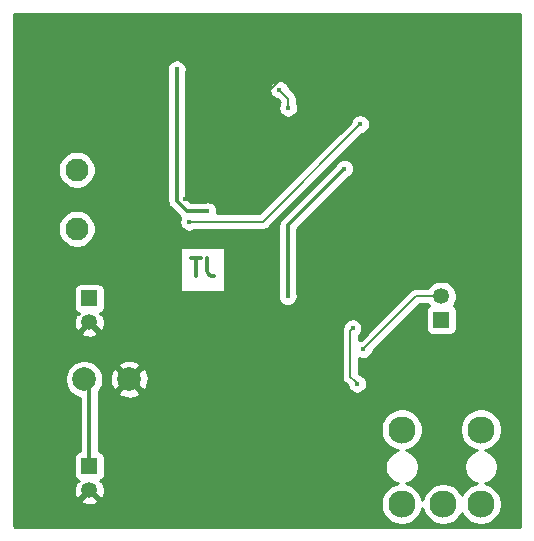
<source format=gbr>
%TF.GenerationSoftware,KiCad,Pcbnew,(5.1.8)-1*%
%TF.CreationDate,2021-02-07T14:07:47+00:00*%
%TF.ProjectId,Bat_Listner_JLCPCB,4261745f-4c69-4737-946e-65725f4a4c43,rev?*%
%TF.SameCoordinates,Original*%
%TF.FileFunction,Copper,L2,Bot*%
%TF.FilePolarity,Positive*%
%FSLAX46Y46*%
G04 Gerber Fmt 4.6, Leading zero omitted, Abs format (unit mm)*
G04 Created by KiCad (PCBNEW (5.1.8)-1) date 2021-02-07 14:07:47*
%MOMM*%
%LPD*%
G01*
G04 APERTURE LIST*
%TA.AperFunction,NonConductor*%
%ADD10C,0.300000*%
%TD*%
%TA.AperFunction,ComponentPad*%
%ADD11C,2.000000*%
%TD*%
%TA.AperFunction,ComponentPad*%
%ADD12C,1.950000*%
%TD*%
%TA.AperFunction,ComponentPad*%
%ADD13C,1.350000*%
%TD*%
%TA.AperFunction,ComponentPad*%
%ADD14R,1.350000X1.350000*%
%TD*%
%TA.AperFunction,ComponentPad*%
%ADD15C,2.300000*%
%TD*%
%TA.AperFunction,ViaPad*%
%ADD16C,0.400000*%
%TD*%
%TA.AperFunction,Conductor*%
%ADD17C,0.150000*%
%TD*%
%TA.AperFunction,Conductor*%
%ADD18C,0.300000*%
%TD*%
%TA.AperFunction,Conductor*%
%ADD19C,0.254000*%
%TD*%
%TA.AperFunction,Conductor*%
%ADD20C,0.100000*%
%TD*%
G04 APERTURE END LIST*
D10*
X147557142Y-66578571D02*
X147557142Y-67650000D01*
X147628571Y-67864285D01*
X147771428Y-68007142D01*
X147985714Y-68078571D01*
X148128571Y-68078571D01*
X147057142Y-66578571D02*
X146200000Y-66578571D01*
X146628571Y-68078571D02*
X146628571Y-66578571D01*
D11*
%TO.P,GND,1*%
%TO.N,GND*%
X140970000Y-76835000D03*
%TD*%
%TO.P,BATT,1*%
%TO.N,+BATT*%
X137160000Y-76835000D03*
%TD*%
D12*
%TO.P,IC3,1*%
%TO.N,Net-(AT1-Pad2)*%
X136525000Y-59095000D03*
%TO.P,IC3,2*%
%TO.N,Net-(AT1-Pad3)*%
X136525000Y-64095000D03*
%TD*%
D13*
%TO.P,J1,2*%
%TO.N,GND*%
X137600000Y-72000000D03*
D14*
%TO.P,J1,1*%
%TO.N,Net-(D1-Pad1)*%
X137600000Y-70000000D03*
%TD*%
%TO.P,J2,1*%
%TO.N,Net-(C14-Pad1)*%
X167400000Y-71800000D03*
D13*
%TO.P,J2,2*%
%TO.N,Net-(D3-Pad2)*%
X167400000Y-69800000D03*
%TD*%
D15*
%TO.P,J3,A1*%
%TO.N,Net-(J3-PadA1)*%
X164050000Y-87400000D03*
%TO.P,J3,A2*%
%TO.N,Net-(D3-Pad2)*%
X170750000Y-87400000D03*
%TO.P,J3,A3*%
%TO.N,Net-(J3-PadA1)*%
X167550000Y-87400000D03*
%TO.P,J3,B1*%
%TO.N,N/C*%
X164050000Y-81100000D03*
%TO.P,J3,B2*%
X170750000Y-81100000D03*
%TD*%
D14*
%TO.P,J4,1*%
%TO.N,+BATT*%
X137600000Y-84200000D03*
D13*
%TO.P,J4,2*%
%TO.N,GND*%
X137600000Y-86200000D03*
%TD*%
D16*
%TO.N,Net-(C14-Pad1)*%
X160274000Y-77216000D03*
X159893000Y-72517000D03*
%TO.N,14*%
X146050000Y-63500000D03*
X160528000Y-55245000D03*
%TO.N,Net-(D3-Pad2)*%
X160782000Y-74295000D03*
%TO.N,3*%
X153670000Y-52324000D03*
X154432000Y-53848000D03*
%TO.N,+BATT*%
X159200000Y-59000000D03*
X154400000Y-69800000D03*
X145000000Y-50600000D03*
X147600000Y-62600000D03*
%TO.N,GND*%
X154559000Y-58674000D03*
X145669000Y-61595000D03*
X160528000Y-58928000D03*
X166624000Y-52832000D03*
X151892000Y-53340000D03*
X156464000Y-52070000D03*
X142800000Y-60600000D03*
X143000000Y-64800000D03*
X153400000Y-65800000D03*
X163200000Y-67400000D03*
X146200000Y-71200000D03*
X147400000Y-73800000D03*
X148400000Y-76200000D03*
X149600000Y-74200000D03*
X152600000Y-74400000D03*
%TD*%
D17*
%TO.N,Net-(C14-Pad1)*%
X160074001Y-77016001D02*
X160274000Y-77216000D01*
X159693001Y-76635001D02*
X160074001Y-77016001D01*
X159693001Y-72716999D02*
X159693001Y-76635001D01*
X159893000Y-72517000D02*
X159693001Y-72716999D01*
%TO.N,14*%
X146050000Y-63500000D02*
X152273000Y-63500000D01*
X152273000Y-63500000D02*
X160528000Y-55245000D01*
%TO.N,Net-(D3-Pad2)*%
X165277000Y-69800000D02*
X160782000Y-74295000D01*
X167400000Y-69800000D02*
X165277000Y-69800000D01*
%TO.N,3*%
X154432000Y-53086000D02*
X154432000Y-53848000D01*
X153670000Y-52324000D02*
X154432000Y-53086000D01*
D18*
%TO.N,+BATT*%
X137600000Y-77275000D02*
X137160000Y-76835000D01*
X137600000Y-84200000D02*
X137600000Y-77275000D01*
X154400000Y-63800000D02*
X154400000Y-69800000D01*
X159200000Y-59000000D02*
X154400000Y-63800000D01*
X145859998Y-62600000D02*
X147600000Y-62600000D01*
X145000000Y-61740002D02*
X145859998Y-62600000D01*
X145000000Y-50600000D02*
X145000000Y-61740002D01*
D17*
%TO.N,GND*%
X154559000Y-58674000D02*
X151638000Y-61595000D01*
X151638000Y-61595000D02*
X145669000Y-61595000D01*
X165354000Y-54102000D02*
X160528000Y-58928000D01*
X166624000Y-52832000D02*
X165354000Y-54102000D01*
X155988999Y-51594999D02*
X156464000Y-52070000D01*
X153637001Y-51594999D02*
X155988999Y-51594999D01*
X151892000Y-53340000D02*
X153637001Y-51594999D01*
D18*
X147400000Y-73800000D02*
X149400000Y-75800000D01*
%TD*%
D19*
%TO.N,GND*%
X174067001Y-89315000D02*
X131273386Y-89315000D01*
X131241000Y-89282614D01*
X131241000Y-87103400D01*
X136876205Y-87103400D01*
X136932630Y-87334621D01*
X137166808Y-87443017D01*
X137417633Y-87503645D01*
X137675465Y-87514174D01*
X137930398Y-87474200D01*
X138172633Y-87385259D01*
X138267370Y-87334621D01*
X138323795Y-87103400D01*
X137600000Y-86379605D01*
X136876205Y-87103400D01*
X131241000Y-87103400D01*
X131241000Y-76673967D01*
X135525000Y-76673967D01*
X135525000Y-76996033D01*
X135587832Y-77311912D01*
X135711082Y-77609463D01*
X135890013Y-77877252D01*
X136117748Y-78104987D01*
X136385537Y-78283918D01*
X136683088Y-78407168D01*
X136815001Y-78433407D01*
X136815000Y-82897762D01*
X136800518Y-82899188D01*
X136680820Y-82935498D01*
X136570506Y-82994463D01*
X136473815Y-83073815D01*
X136394463Y-83170506D01*
X136335498Y-83280820D01*
X136299188Y-83400518D01*
X136286928Y-83525000D01*
X136286928Y-84875000D01*
X136299188Y-84999482D01*
X136335498Y-85119180D01*
X136394463Y-85229494D01*
X136473815Y-85326185D01*
X136570506Y-85405537D01*
X136680820Y-85464502D01*
X136686668Y-85466276D01*
X136696598Y-85476206D01*
X136465379Y-85532630D01*
X136356983Y-85766808D01*
X136296355Y-86017633D01*
X136285826Y-86275465D01*
X136325800Y-86530398D01*
X136414741Y-86772633D01*
X136465379Y-86867370D01*
X136696600Y-86923795D01*
X137420395Y-86200000D01*
X137406253Y-86185858D01*
X137585858Y-86006253D01*
X137600000Y-86020395D01*
X137614143Y-86006253D01*
X137793748Y-86185858D01*
X137779605Y-86200000D01*
X138503400Y-86923795D01*
X138734621Y-86867370D01*
X138843017Y-86633192D01*
X138903645Y-86382367D01*
X138914174Y-86124535D01*
X138874200Y-85869602D01*
X138785259Y-85627367D01*
X138734621Y-85532630D01*
X138503402Y-85476206D01*
X138513332Y-85466276D01*
X138519180Y-85464502D01*
X138629494Y-85405537D01*
X138726185Y-85326185D01*
X138805537Y-85229494D01*
X138864502Y-85119180D01*
X138900812Y-84999482D01*
X138913072Y-84875000D01*
X138913072Y-83525000D01*
X138900812Y-83400518D01*
X138864502Y-83280820D01*
X138805537Y-83170506D01*
X138726185Y-83073815D01*
X138629494Y-82994463D01*
X138519180Y-82935498D01*
X138399482Y-82899188D01*
X138385000Y-82897762D01*
X138385000Y-80924193D01*
X162265000Y-80924193D01*
X162265000Y-81275807D01*
X162333596Y-81620665D01*
X162468153Y-81945515D01*
X162663500Y-82237871D01*
X162912129Y-82486500D01*
X163204485Y-82681847D01*
X163529335Y-82816404D01*
X163715473Y-82853429D01*
X163631426Y-82870147D01*
X163370273Y-82978320D01*
X163135241Y-83135363D01*
X162935363Y-83335241D01*
X162778320Y-83570273D01*
X162670147Y-83831426D01*
X162615000Y-84108665D01*
X162615000Y-84391335D01*
X162670147Y-84668574D01*
X162778320Y-84929727D01*
X162935363Y-85164759D01*
X163135241Y-85364637D01*
X163370273Y-85521680D01*
X163631426Y-85629853D01*
X163715473Y-85646571D01*
X163529335Y-85683596D01*
X163204485Y-85818153D01*
X162912129Y-86013500D01*
X162663500Y-86262129D01*
X162468153Y-86554485D01*
X162333596Y-86879335D01*
X162265000Y-87224193D01*
X162265000Y-87575807D01*
X162333596Y-87920665D01*
X162468153Y-88245515D01*
X162663500Y-88537871D01*
X162912129Y-88786500D01*
X163204485Y-88981847D01*
X163529335Y-89116404D01*
X163874193Y-89185000D01*
X164225807Y-89185000D01*
X164570665Y-89116404D01*
X164895515Y-88981847D01*
X165187871Y-88786500D01*
X165436500Y-88537871D01*
X165631847Y-88245515D01*
X165766404Y-87920665D01*
X165800000Y-87751765D01*
X165833596Y-87920665D01*
X165968153Y-88245515D01*
X166163500Y-88537871D01*
X166412129Y-88786500D01*
X166704485Y-88981847D01*
X167029335Y-89116404D01*
X167374193Y-89185000D01*
X167725807Y-89185000D01*
X168070665Y-89116404D01*
X168395515Y-88981847D01*
X168687871Y-88786500D01*
X168936500Y-88537871D01*
X169131847Y-88245515D01*
X169150000Y-88201690D01*
X169168153Y-88245515D01*
X169363500Y-88537871D01*
X169612129Y-88786500D01*
X169904485Y-88981847D01*
X170229335Y-89116404D01*
X170574193Y-89185000D01*
X170925807Y-89185000D01*
X171270665Y-89116404D01*
X171595515Y-88981847D01*
X171887871Y-88786500D01*
X172136500Y-88537871D01*
X172331847Y-88245515D01*
X172466404Y-87920665D01*
X172535000Y-87575807D01*
X172535000Y-87224193D01*
X172466404Y-86879335D01*
X172331847Y-86554485D01*
X172136500Y-86262129D01*
X171887871Y-86013500D01*
X171595515Y-85818153D01*
X171270665Y-85683596D01*
X171084527Y-85646571D01*
X171168574Y-85629853D01*
X171429727Y-85521680D01*
X171664759Y-85364637D01*
X171864637Y-85164759D01*
X172021680Y-84929727D01*
X172129853Y-84668574D01*
X172185000Y-84391335D01*
X172185000Y-84108665D01*
X172129853Y-83831426D01*
X172021680Y-83570273D01*
X171864637Y-83335241D01*
X171664759Y-83135363D01*
X171429727Y-82978320D01*
X171168574Y-82870147D01*
X171084527Y-82853429D01*
X171270665Y-82816404D01*
X171595515Y-82681847D01*
X171887871Y-82486500D01*
X172136500Y-82237871D01*
X172331847Y-81945515D01*
X172466404Y-81620665D01*
X172535000Y-81275807D01*
X172535000Y-80924193D01*
X172466404Y-80579335D01*
X172331847Y-80254485D01*
X172136500Y-79962129D01*
X171887871Y-79713500D01*
X171595515Y-79518153D01*
X171270665Y-79383596D01*
X170925807Y-79315000D01*
X170574193Y-79315000D01*
X170229335Y-79383596D01*
X169904485Y-79518153D01*
X169612129Y-79713500D01*
X169363500Y-79962129D01*
X169168153Y-80254485D01*
X169033596Y-80579335D01*
X168965000Y-80924193D01*
X168965000Y-81275807D01*
X169033596Y-81620665D01*
X169168153Y-81945515D01*
X169363500Y-82237871D01*
X169612129Y-82486500D01*
X169904485Y-82681847D01*
X170229335Y-82816404D01*
X170415473Y-82853429D01*
X170331426Y-82870147D01*
X170070273Y-82978320D01*
X169835241Y-83135363D01*
X169635363Y-83335241D01*
X169478320Y-83570273D01*
X169370147Y-83831426D01*
X169315000Y-84108665D01*
X169315000Y-84391335D01*
X169370147Y-84668574D01*
X169478320Y-84929727D01*
X169635363Y-85164759D01*
X169835241Y-85364637D01*
X170070273Y-85521680D01*
X170331426Y-85629853D01*
X170415473Y-85646571D01*
X170229335Y-85683596D01*
X169904485Y-85818153D01*
X169612129Y-86013500D01*
X169363500Y-86262129D01*
X169168153Y-86554485D01*
X169150000Y-86598310D01*
X169131847Y-86554485D01*
X168936500Y-86262129D01*
X168687871Y-86013500D01*
X168395515Y-85818153D01*
X168070665Y-85683596D01*
X167725807Y-85615000D01*
X167374193Y-85615000D01*
X167029335Y-85683596D01*
X166704485Y-85818153D01*
X166412129Y-86013500D01*
X166163500Y-86262129D01*
X165968153Y-86554485D01*
X165833596Y-86879335D01*
X165800000Y-87048235D01*
X165766404Y-86879335D01*
X165631847Y-86554485D01*
X165436500Y-86262129D01*
X165187871Y-86013500D01*
X164895515Y-85818153D01*
X164570665Y-85683596D01*
X164384527Y-85646571D01*
X164468574Y-85629853D01*
X164729727Y-85521680D01*
X164964759Y-85364637D01*
X165164637Y-85164759D01*
X165321680Y-84929727D01*
X165429853Y-84668574D01*
X165485000Y-84391335D01*
X165485000Y-84108665D01*
X165429853Y-83831426D01*
X165321680Y-83570273D01*
X165164637Y-83335241D01*
X164964759Y-83135363D01*
X164729727Y-82978320D01*
X164468574Y-82870147D01*
X164384527Y-82853429D01*
X164570665Y-82816404D01*
X164895515Y-82681847D01*
X165187871Y-82486500D01*
X165436500Y-82237871D01*
X165631847Y-81945515D01*
X165766404Y-81620665D01*
X165835000Y-81275807D01*
X165835000Y-80924193D01*
X165766404Y-80579335D01*
X165631847Y-80254485D01*
X165436500Y-79962129D01*
X165187871Y-79713500D01*
X164895515Y-79518153D01*
X164570665Y-79383596D01*
X164225807Y-79315000D01*
X163874193Y-79315000D01*
X163529335Y-79383596D01*
X163204485Y-79518153D01*
X162912129Y-79713500D01*
X162663500Y-79962129D01*
X162468153Y-80254485D01*
X162333596Y-80579335D01*
X162265000Y-80924193D01*
X138385000Y-80924193D01*
X138385000Y-77970413D01*
X140014192Y-77970413D01*
X140109956Y-78234814D01*
X140399571Y-78375704D01*
X140711108Y-78457384D01*
X141032595Y-78476718D01*
X141351675Y-78432961D01*
X141656088Y-78327795D01*
X141830044Y-78234814D01*
X141925808Y-77970413D01*
X140970000Y-77014605D01*
X140014192Y-77970413D01*
X138385000Y-77970413D01*
X138385000Y-77922239D01*
X138429987Y-77877252D01*
X138608918Y-77609463D01*
X138732168Y-77311912D01*
X138795000Y-76996033D01*
X138795000Y-76897595D01*
X139328282Y-76897595D01*
X139372039Y-77216675D01*
X139477205Y-77521088D01*
X139570186Y-77695044D01*
X139834587Y-77790808D01*
X140790395Y-76835000D01*
X141149605Y-76835000D01*
X142105413Y-77790808D01*
X142369814Y-77695044D01*
X142510704Y-77405429D01*
X142592384Y-77093892D01*
X142611718Y-76772405D01*
X142567961Y-76453325D01*
X142462795Y-76148912D01*
X142369814Y-75974956D01*
X142105413Y-75879192D01*
X141149605Y-76835000D01*
X140790395Y-76835000D01*
X139834587Y-75879192D01*
X139570186Y-75974956D01*
X139429296Y-76264571D01*
X139347616Y-76576108D01*
X139328282Y-76897595D01*
X138795000Y-76897595D01*
X138795000Y-76673967D01*
X138732168Y-76358088D01*
X138608918Y-76060537D01*
X138429987Y-75792748D01*
X138336826Y-75699587D01*
X140014192Y-75699587D01*
X140970000Y-76655395D01*
X141925808Y-75699587D01*
X141830044Y-75435186D01*
X141540429Y-75294296D01*
X141228892Y-75212616D01*
X140907405Y-75193282D01*
X140588325Y-75237039D01*
X140283912Y-75342205D01*
X140109956Y-75435186D01*
X140014192Y-75699587D01*
X138336826Y-75699587D01*
X138202252Y-75565013D01*
X137934463Y-75386082D01*
X137636912Y-75262832D01*
X137321033Y-75200000D01*
X136998967Y-75200000D01*
X136683088Y-75262832D01*
X136385537Y-75386082D01*
X136117748Y-75565013D01*
X135890013Y-75792748D01*
X135711082Y-76060537D01*
X135587832Y-76358088D01*
X135525000Y-76673967D01*
X131241000Y-76673967D01*
X131241000Y-72903400D01*
X136876205Y-72903400D01*
X136932630Y-73134621D01*
X137166808Y-73243017D01*
X137417633Y-73303645D01*
X137675465Y-73314174D01*
X137930398Y-73274200D01*
X138172633Y-73185259D01*
X138267370Y-73134621D01*
X138323795Y-72903400D01*
X137600000Y-72179605D01*
X136876205Y-72903400D01*
X131241000Y-72903400D01*
X131241000Y-72075465D01*
X136285826Y-72075465D01*
X136325800Y-72330398D01*
X136414741Y-72572633D01*
X136465379Y-72667370D01*
X136696600Y-72723795D01*
X137420395Y-72000000D01*
X137406253Y-71985858D01*
X137585858Y-71806253D01*
X137600000Y-71820395D01*
X137614143Y-71806253D01*
X137793748Y-71985858D01*
X137779605Y-72000000D01*
X138503400Y-72723795D01*
X138531248Y-72716999D01*
X158979566Y-72716999D01*
X158983001Y-72751874D01*
X158983002Y-76600116D01*
X158979566Y-76635001D01*
X158993275Y-76774185D01*
X159033873Y-76908020D01*
X159068681Y-76973140D01*
X159099802Y-77031364D01*
X159188527Y-77139476D01*
X159215618Y-77161709D01*
X159460566Y-77406657D01*
X159471089Y-77459560D01*
X159534033Y-77611521D01*
X159625413Y-77748281D01*
X159741719Y-77864587D01*
X159878479Y-77955967D01*
X160030440Y-78018911D01*
X160191760Y-78051000D01*
X160356240Y-78051000D01*
X160517560Y-78018911D01*
X160669521Y-77955967D01*
X160806281Y-77864587D01*
X160922587Y-77748281D01*
X161013967Y-77611521D01*
X161076911Y-77459560D01*
X161109000Y-77298240D01*
X161109000Y-77133760D01*
X161076911Y-76972440D01*
X161013967Y-76820479D01*
X160922587Y-76683719D01*
X160806281Y-76567413D01*
X160669521Y-76476033D01*
X160517560Y-76413089D01*
X160464657Y-76402566D01*
X160403001Y-76340910D01*
X160403001Y-75041811D01*
X160538440Y-75097911D01*
X160699760Y-75130000D01*
X160864240Y-75130000D01*
X161025560Y-75097911D01*
X161177521Y-75034967D01*
X161314281Y-74943587D01*
X161430587Y-74827281D01*
X161521967Y-74690521D01*
X161584911Y-74538560D01*
X161595434Y-74485657D01*
X165571092Y-70510000D01*
X166298883Y-70510000D01*
X166360697Y-70602513D01*
X166273815Y-70673815D01*
X166194463Y-70770506D01*
X166135498Y-70880820D01*
X166099188Y-71000518D01*
X166086928Y-71125000D01*
X166086928Y-72475000D01*
X166099188Y-72599482D01*
X166135498Y-72719180D01*
X166194463Y-72829494D01*
X166273815Y-72926185D01*
X166370506Y-73005537D01*
X166480820Y-73064502D01*
X166600518Y-73100812D01*
X166725000Y-73113072D01*
X168075000Y-73113072D01*
X168199482Y-73100812D01*
X168319180Y-73064502D01*
X168429494Y-73005537D01*
X168526185Y-72926185D01*
X168605537Y-72829494D01*
X168664502Y-72719180D01*
X168700812Y-72599482D01*
X168713072Y-72475000D01*
X168713072Y-71125000D01*
X168700812Y-71000518D01*
X168664502Y-70880820D01*
X168605537Y-70770506D01*
X168526185Y-70673815D01*
X168439303Y-70602513D01*
X168560907Y-70420518D01*
X168659658Y-70182113D01*
X168710000Y-69929024D01*
X168710000Y-69670976D01*
X168659658Y-69417887D01*
X168560907Y-69179482D01*
X168417544Y-68964923D01*
X168235077Y-68782456D01*
X168020518Y-68639093D01*
X167782113Y-68540342D01*
X167529024Y-68490000D01*
X167270976Y-68490000D01*
X167017887Y-68540342D01*
X166779482Y-68639093D01*
X166564923Y-68782456D01*
X166382456Y-68964923D01*
X166298883Y-69090000D01*
X165311875Y-69090000D01*
X165277000Y-69086565D01*
X165242125Y-69090000D01*
X165242123Y-69090000D01*
X165137816Y-69100273D01*
X165003980Y-69140872D01*
X164880637Y-69206800D01*
X164772525Y-69295525D01*
X164750292Y-69322616D01*
X160591343Y-73481566D01*
X160538440Y-73492089D01*
X160403001Y-73548189D01*
X160403001Y-73180474D01*
X160425281Y-73165587D01*
X160541587Y-73049281D01*
X160632967Y-72912521D01*
X160695911Y-72760560D01*
X160728000Y-72599240D01*
X160728000Y-72434760D01*
X160695911Y-72273440D01*
X160632967Y-72121479D01*
X160541587Y-71984719D01*
X160425281Y-71868413D01*
X160288521Y-71777033D01*
X160136560Y-71714089D01*
X159975240Y-71682000D01*
X159810760Y-71682000D01*
X159649440Y-71714089D01*
X159497479Y-71777033D01*
X159360719Y-71868413D01*
X159244413Y-71984719D01*
X159153033Y-72121479D01*
X159090089Y-72273440D01*
X159069380Y-72377552D01*
X159033873Y-72443980D01*
X158993274Y-72577816D01*
X158985556Y-72656185D01*
X158979566Y-72716999D01*
X138531248Y-72716999D01*
X138734621Y-72667370D01*
X138843017Y-72433192D01*
X138903645Y-72182367D01*
X138914174Y-71924535D01*
X138874200Y-71669602D01*
X138785259Y-71427367D01*
X138734621Y-71332630D01*
X138503402Y-71276206D01*
X138513332Y-71266276D01*
X138519180Y-71264502D01*
X138629494Y-71205537D01*
X138726185Y-71126185D01*
X138805537Y-71029494D01*
X138864502Y-70919180D01*
X138900812Y-70799482D01*
X138913072Y-70675000D01*
X138913072Y-69717760D01*
X153565000Y-69717760D01*
X153565000Y-69882240D01*
X153597089Y-70043560D01*
X153660033Y-70195521D01*
X153751413Y-70332281D01*
X153867719Y-70448587D01*
X154004479Y-70539967D01*
X154156440Y-70602911D01*
X154317760Y-70635000D01*
X154482240Y-70635000D01*
X154643560Y-70602911D01*
X154795521Y-70539967D01*
X154932281Y-70448587D01*
X155048587Y-70332281D01*
X155139967Y-70195521D01*
X155202911Y-70043560D01*
X155235000Y-69882240D01*
X155235000Y-69717760D01*
X155202911Y-69556440D01*
X155185000Y-69513199D01*
X155185000Y-64125157D01*
X159552280Y-59757878D01*
X159595521Y-59739967D01*
X159732281Y-59648587D01*
X159848587Y-59532281D01*
X159939967Y-59395521D01*
X160002911Y-59243560D01*
X160035000Y-59082240D01*
X160035000Y-58917760D01*
X160002911Y-58756440D01*
X159939967Y-58604479D01*
X159848587Y-58467719D01*
X159732281Y-58351413D01*
X159595521Y-58260033D01*
X159443560Y-58197089D01*
X159282240Y-58165000D01*
X159117760Y-58165000D01*
X158956440Y-58197089D01*
X158804479Y-58260033D01*
X158667719Y-58351413D01*
X158551413Y-58467719D01*
X158460033Y-58604479D01*
X158442122Y-58647720D01*
X153872190Y-63217653D01*
X153842236Y-63242236D01*
X153744138Y-63361768D01*
X153671246Y-63498141D01*
X153626359Y-63646114D01*
X153615000Y-63761440D01*
X153615000Y-63761447D01*
X153611203Y-63800000D01*
X153615000Y-63838553D01*
X153615001Y-69513197D01*
X153597089Y-69556440D01*
X153565000Y-69717760D01*
X138913072Y-69717760D01*
X138913072Y-69325000D01*
X138900812Y-69200518D01*
X138864502Y-69080820D01*
X138805537Y-68970506D01*
X138726185Y-68873815D01*
X138629494Y-68794463D01*
X138519180Y-68735498D01*
X138399482Y-68699188D01*
X138275000Y-68686928D01*
X136925000Y-68686928D01*
X136800518Y-68699188D01*
X136680820Y-68735498D01*
X136570506Y-68794463D01*
X136473815Y-68873815D01*
X136394463Y-68970506D01*
X136335498Y-69080820D01*
X136299188Y-69200518D01*
X136286928Y-69325000D01*
X136286928Y-70675000D01*
X136299188Y-70799482D01*
X136335498Y-70919180D01*
X136394463Y-71029494D01*
X136473815Y-71126185D01*
X136570506Y-71205537D01*
X136680820Y-71264502D01*
X136686668Y-71266276D01*
X136696598Y-71276206D01*
X136465379Y-71332630D01*
X136356983Y-71566808D01*
X136296355Y-71817633D01*
X136285826Y-72075465D01*
X131241000Y-72075465D01*
X131241000Y-63936429D01*
X134915000Y-63936429D01*
X134915000Y-64253571D01*
X134976871Y-64564620D01*
X135098237Y-64857621D01*
X135274431Y-65121315D01*
X135498685Y-65345569D01*
X135762379Y-65521763D01*
X136055380Y-65643129D01*
X136366429Y-65705000D01*
X136683571Y-65705000D01*
X136994620Y-65643129D01*
X137074599Y-65610000D01*
X145272143Y-65610000D01*
X145272143Y-69430000D01*
X149127857Y-69430000D01*
X149127857Y-65610000D01*
X145272143Y-65610000D01*
X137074599Y-65610000D01*
X137287621Y-65521763D01*
X137551315Y-65345569D01*
X137775569Y-65121315D01*
X137951763Y-64857621D01*
X138073129Y-64564620D01*
X138135000Y-64253571D01*
X138135000Y-63936429D01*
X138073129Y-63625380D01*
X137951763Y-63332379D01*
X137775569Y-63068685D01*
X137551315Y-62844431D01*
X137287621Y-62668237D01*
X136994620Y-62546871D01*
X136683571Y-62485000D01*
X136366429Y-62485000D01*
X136055380Y-62546871D01*
X135762379Y-62668237D01*
X135498685Y-62844431D01*
X135274431Y-63068685D01*
X135098237Y-63332379D01*
X134976871Y-63625380D01*
X134915000Y-63936429D01*
X131241000Y-63936429D01*
X131241000Y-58936429D01*
X134915000Y-58936429D01*
X134915000Y-59253571D01*
X134976871Y-59564620D01*
X135098237Y-59857621D01*
X135274431Y-60121315D01*
X135498685Y-60345569D01*
X135762379Y-60521763D01*
X136055380Y-60643129D01*
X136366429Y-60705000D01*
X136683571Y-60705000D01*
X136994620Y-60643129D01*
X137287621Y-60521763D01*
X137551315Y-60345569D01*
X137775569Y-60121315D01*
X137951763Y-59857621D01*
X138073129Y-59564620D01*
X138135000Y-59253571D01*
X138135000Y-58936429D01*
X138073129Y-58625380D01*
X137951763Y-58332379D01*
X137775569Y-58068685D01*
X137551315Y-57844431D01*
X137287621Y-57668237D01*
X136994620Y-57546871D01*
X136683571Y-57485000D01*
X136366429Y-57485000D01*
X136055380Y-57546871D01*
X135762379Y-57668237D01*
X135498685Y-57844431D01*
X135274431Y-58068685D01*
X135098237Y-58332379D01*
X134976871Y-58625380D01*
X134915000Y-58936429D01*
X131241000Y-58936429D01*
X131241000Y-50517760D01*
X144165000Y-50517760D01*
X144165000Y-50682240D01*
X144197089Y-50843560D01*
X144215000Y-50886801D01*
X144215001Y-61701439D01*
X144211203Y-61740002D01*
X144226359Y-61893888D01*
X144271246Y-62041861D01*
X144287456Y-62072188D01*
X144344139Y-62178235D01*
X144384690Y-62227646D01*
X144417655Y-62267814D01*
X144417659Y-62267818D01*
X144442237Y-62297766D01*
X144472185Y-62322344D01*
X145277651Y-63127810D01*
X145292749Y-63146207D01*
X145247089Y-63256440D01*
X145215000Y-63417760D01*
X145215000Y-63582240D01*
X145247089Y-63743560D01*
X145310033Y-63895521D01*
X145401413Y-64032281D01*
X145517719Y-64148587D01*
X145654479Y-64239967D01*
X145806440Y-64302911D01*
X145967760Y-64335000D01*
X146132240Y-64335000D01*
X146293560Y-64302911D01*
X146445521Y-64239967D01*
X146490370Y-64210000D01*
X152238125Y-64210000D01*
X152273000Y-64213435D01*
X152307875Y-64210000D01*
X152307877Y-64210000D01*
X152412184Y-64199727D01*
X152546020Y-64159128D01*
X152669363Y-64093200D01*
X152777475Y-64004475D01*
X152799712Y-63977379D01*
X160718658Y-56058434D01*
X160771560Y-56047911D01*
X160923521Y-55984967D01*
X161060281Y-55893587D01*
X161176587Y-55777281D01*
X161267967Y-55640521D01*
X161330911Y-55488560D01*
X161363000Y-55327240D01*
X161363000Y-55162760D01*
X161330911Y-55001440D01*
X161267967Y-54849479D01*
X161176587Y-54712719D01*
X161060281Y-54596413D01*
X160923521Y-54505033D01*
X160771560Y-54442089D01*
X160610240Y-54410000D01*
X160445760Y-54410000D01*
X160284440Y-54442089D01*
X160132479Y-54505033D01*
X159995719Y-54596413D01*
X159879413Y-54712719D01*
X159788033Y-54849479D01*
X159725089Y-55001440D01*
X159714566Y-55054342D01*
X151978909Y-62790000D01*
X148413565Y-62790000D01*
X148435000Y-62682240D01*
X148435000Y-62517760D01*
X148402911Y-62356440D01*
X148339967Y-62204479D01*
X148248587Y-62067719D01*
X148132281Y-61951413D01*
X147995521Y-61860033D01*
X147843560Y-61797089D01*
X147682240Y-61765000D01*
X147517760Y-61765000D01*
X147356440Y-61797089D01*
X147313199Y-61815000D01*
X146185155Y-61815000D01*
X145785000Y-61414845D01*
X145785000Y-52241760D01*
X152835000Y-52241760D01*
X152835000Y-52406240D01*
X152867089Y-52567560D01*
X152930033Y-52719521D01*
X153021413Y-52856281D01*
X153137719Y-52972587D01*
X153274479Y-53063967D01*
X153426440Y-53126911D01*
X153479343Y-53137434D01*
X153722000Y-53380091D01*
X153722000Y-53407630D01*
X153692033Y-53452479D01*
X153629089Y-53604440D01*
X153597000Y-53765760D01*
X153597000Y-53930240D01*
X153629089Y-54091560D01*
X153692033Y-54243521D01*
X153783413Y-54380281D01*
X153899719Y-54496587D01*
X154036479Y-54587967D01*
X154188440Y-54650911D01*
X154349760Y-54683000D01*
X154514240Y-54683000D01*
X154675560Y-54650911D01*
X154827521Y-54587967D01*
X154964281Y-54496587D01*
X155080587Y-54380281D01*
X155171967Y-54243521D01*
X155234911Y-54091560D01*
X155267000Y-53930240D01*
X155267000Y-53765760D01*
X155234911Y-53604440D01*
X155171967Y-53452479D01*
X155142000Y-53407630D01*
X155142000Y-53120875D01*
X155145435Y-53086000D01*
X155142000Y-53051123D01*
X155131727Y-52946816D01*
X155091128Y-52812980D01*
X155025200Y-52689637D01*
X154936474Y-52581525D01*
X154909383Y-52559292D01*
X154483434Y-52133343D01*
X154472911Y-52080440D01*
X154409967Y-51928479D01*
X154318587Y-51791719D01*
X154202281Y-51675413D01*
X154065521Y-51584033D01*
X153913560Y-51521089D01*
X153752240Y-51489000D01*
X153587760Y-51489000D01*
X153426440Y-51521089D01*
X153274479Y-51584033D01*
X153137719Y-51675413D01*
X153021413Y-51791719D01*
X152930033Y-51928479D01*
X152867089Y-52080440D01*
X152835000Y-52241760D01*
X145785000Y-52241760D01*
X145785000Y-50886801D01*
X145802911Y-50843560D01*
X145835000Y-50682240D01*
X145835000Y-50517760D01*
X145802911Y-50356440D01*
X145739967Y-50204479D01*
X145648587Y-50067719D01*
X145532281Y-49951413D01*
X145395521Y-49860033D01*
X145243560Y-49797089D01*
X145082240Y-49765000D01*
X144917760Y-49765000D01*
X144756440Y-49797089D01*
X144604479Y-49860033D01*
X144467719Y-49951413D01*
X144351413Y-50067719D01*
X144260033Y-50204479D01*
X144197089Y-50356440D01*
X144165000Y-50517760D01*
X131241000Y-50517760D01*
X131241000Y-45917386D01*
X131261386Y-45897000D01*
X174067000Y-45897000D01*
X174067001Y-89315000D01*
%TA.AperFunction,Conductor*%
D20*
G36*
X174067001Y-89315000D02*
G01*
X131273386Y-89315000D01*
X131241000Y-89282614D01*
X131241000Y-87103400D01*
X136876205Y-87103400D01*
X136932630Y-87334621D01*
X137166808Y-87443017D01*
X137417633Y-87503645D01*
X137675465Y-87514174D01*
X137930398Y-87474200D01*
X138172633Y-87385259D01*
X138267370Y-87334621D01*
X138323795Y-87103400D01*
X137600000Y-86379605D01*
X136876205Y-87103400D01*
X131241000Y-87103400D01*
X131241000Y-76673967D01*
X135525000Y-76673967D01*
X135525000Y-76996033D01*
X135587832Y-77311912D01*
X135711082Y-77609463D01*
X135890013Y-77877252D01*
X136117748Y-78104987D01*
X136385537Y-78283918D01*
X136683088Y-78407168D01*
X136815001Y-78433407D01*
X136815000Y-82897762D01*
X136800518Y-82899188D01*
X136680820Y-82935498D01*
X136570506Y-82994463D01*
X136473815Y-83073815D01*
X136394463Y-83170506D01*
X136335498Y-83280820D01*
X136299188Y-83400518D01*
X136286928Y-83525000D01*
X136286928Y-84875000D01*
X136299188Y-84999482D01*
X136335498Y-85119180D01*
X136394463Y-85229494D01*
X136473815Y-85326185D01*
X136570506Y-85405537D01*
X136680820Y-85464502D01*
X136686668Y-85466276D01*
X136696598Y-85476206D01*
X136465379Y-85532630D01*
X136356983Y-85766808D01*
X136296355Y-86017633D01*
X136285826Y-86275465D01*
X136325800Y-86530398D01*
X136414741Y-86772633D01*
X136465379Y-86867370D01*
X136696600Y-86923795D01*
X137420395Y-86200000D01*
X137406253Y-86185858D01*
X137585858Y-86006253D01*
X137600000Y-86020395D01*
X137614143Y-86006253D01*
X137793748Y-86185858D01*
X137779605Y-86200000D01*
X138503400Y-86923795D01*
X138734621Y-86867370D01*
X138843017Y-86633192D01*
X138903645Y-86382367D01*
X138914174Y-86124535D01*
X138874200Y-85869602D01*
X138785259Y-85627367D01*
X138734621Y-85532630D01*
X138503402Y-85476206D01*
X138513332Y-85466276D01*
X138519180Y-85464502D01*
X138629494Y-85405537D01*
X138726185Y-85326185D01*
X138805537Y-85229494D01*
X138864502Y-85119180D01*
X138900812Y-84999482D01*
X138913072Y-84875000D01*
X138913072Y-83525000D01*
X138900812Y-83400518D01*
X138864502Y-83280820D01*
X138805537Y-83170506D01*
X138726185Y-83073815D01*
X138629494Y-82994463D01*
X138519180Y-82935498D01*
X138399482Y-82899188D01*
X138385000Y-82897762D01*
X138385000Y-80924193D01*
X162265000Y-80924193D01*
X162265000Y-81275807D01*
X162333596Y-81620665D01*
X162468153Y-81945515D01*
X162663500Y-82237871D01*
X162912129Y-82486500D01*
X163204485Y-82681847D01*
X163529335Y-82816404D01*
X163715473Y-82853429D01*
X163631426Y-82870147D01*
X163370273Y-82978320D01*
X163135241Y-83135363D01*
X162935363Y-83335241D01*
X162778320Y-83570273D01*
X162670147Y-83831426D01*
X162615000Y-84108665D01*
X162615000Y-84391335D01*
X162670147Y-84668574D01*
X162778320Y-84929727D01*
X162935363Y-85164759D01*
X163135241Y-85364637D01*
X163370273Y-85521680D01*
X163631426Y-85629853D01*
X163715473Y-85646571D01*
X163529335Y-85683596D01*
X163204485Y-85818153D01*
X162912129Y-86013500D01*
X162663500Y-86262129D01*
X162468153Y-86554485D01*
X162333596Y-86879335D01*
X162265000Y-87224193D01*
X162265000Y-87575807D01*
X162333596Y-87920665D01*
X162468153Y-88245515D01*
X162663500Y-88537871D01*
X162912129Y-88786500D01*
X163204485Y-88981847D01*
X163529335Y-89116404D01*
X163874193Y-89185000D01*
X164225807Y-89185000D01*
X164570665Y-89116404D01*
X164895515Y-88981847D01*
X165187871Y-88786500D01*
X165436500Y-88537871D01*
X165631847Y-88245515D01*
X165766404Y-87920665D01*
X165800000Y-87751765D01*
X165833596Y-87920665D01*
X165968153Y-88245515D01*
X166163500Y-88537871D01*
X166412129Y-88786500D01*
X166704485Y-88981847D01*
X167029335Y-89116404D01*
X167374193Y-89185000D01*
X167725807Y-89185000D01*
X168070665Y-89116404D01*
X168395515Y-88981847D01*
X168687871Y-88786500D01*
X168936500Y-88537871D01*
X169131847Y-88245515D01*
X169150000Y-88201690D01*
X169168153Y-88245515D01*
X169363500Y-88537871D01*
X169612129Y-88786500D01*
X169904485Y-88981847D01*
X170229335Y-89116404D01*
X170574193Y-89185000D01*
X170925807Y-89185000D01*
X171270665Y-89116404D01*
X171595515Y-88981847D01*
X171887871Y-88786500D01*
X172136500Y-88537871D01*
X172331847Y-88245515D01*
X172466404Y-87920665D01*
X172535000Y-87575807D01*
X172535000Y-87224193D01*
X172466404Y-86879335D01*
X172331847Y-86554485D01*
X172136500Y-86262129D01*
X171887871Y-86013500D01*
X171595515Y-85818153D01*
X171270665Y-85683596D01*
X171084527Y-85646571D01*
X171168574Y-85629853D01*
X171429727Y-85521680D01*
X171664759Y-85364637D01*
X171864637Y-85164759D01*
X172021680Y-84929727D01*
X172129853Y-84668574D01*
X172185000Y-84391335D01*
X172185000Y-84108665D01*
X172129853Y-83831426D01*
X172021680Y-83570273D01*
X171864637Y-83335241D01*
X171664759Y-83135363D01*
X171429727Y-82978320D01*
X171168574Y-82870147D01*
X171084527Y-82853429D01*
X171270665Y-82816404D01*
X171595515Y-82681847D01*
X171887871Y-82486500D01*
X172136500Y-82237871D01*
X172331847Y-81945515D01*
X172466404Y-81620665D01*
X172535000Y-81275807D01*
X172535000Y-80924193D01*
X172466404Y-80579335D01*
X172331847Y-80254485D01*
X172136500Y-79962129D01*
X171887871Y-79713500D01*
X171595515Y-79518153D01*
X171270665Y-79383596D01*
X170925807Y-79315000D01*
X170574193Y-79315000D01*
X170229335Y-79383596D01*
X169904485Y-79518153D01*
X169612129Y-79713500D01*
X169363500Y-79962129D01*
X169168153Y-80254485D01*
X169033596Y-80579335D01*
X168965000Y-80924193D01*
X168965000Y-81275807D01*
X169033596Y-81620665D01*
X169168153Y-81945515D01*
X169363500Y-82237871D01*
X169612129Y-82486500D01*
X169904485Y-82681847D01*
X170229335Y-82816404D01*
X170415473Y-82853429D01*
X170331426Y-82870147D01*
X170070273Y-82978320D01*
X169835241Y-83135363D01*
X169635363Y-83335241D01*
X169478320Y-83570273D01*
X169370147Y-83831426D01*
X169315000Y-84108665D01*
X169315000Y-84391335D01*
X169370147Y-84668574D01*
X169478320Y-84929727D01*
X169635363Y-85164759D01*
X169835241Y-85364637D01*
X170070273Y-85521680D01*
X170331426Y-85629853D01*
X170415473Y-85646571D01*
X170229335Y-85683596D01*
X169904485Y-85818153D01*
X169612129Y-86013500D01*
X169363500Y-86262129D01*
X169168153Y-86554485D01*
X169150000Y-86598310D01*
X169131847Y-86554485D01*
X168936500Y-86262129D01*
X168687871Y-86013500D01*
X168395515Y-85818153D01*
X168070665Y-85683596D01*
X167725807Y-85615000D01*
X167374193Y-85615000D01*
X167029335Y-85683596D01*
X166704485Y-85818153D01*
X166412129Y-86013500D01*
X166163500Y-86262129D01*
X165968153Y-86554485D01*
X165833596Y-86879335D01*
X165800000Y-87048235D01*
X165766404Y-86879335D01*
X165631847Y-86554485D01*
X165436500Y-86262129D01*
X165187871Y-86013500D01*
X164895515Y-85818153D01*
X164570665Y-85683596D01*
X164384527Y-85646571D01*
X164468574Y-85629853D01*
X164729727Y-85521680D01*
X164964759Y-85364637D01*
X165164637Y-85164759D01*
X165321680Y-84929727D01*
X165429853Y-84668574D01*
X165485000Y-84391335D01*
X165485000Y-84108665D01*
X165429853Y-83831426D01*
X165321680Y-83570273D01*
X165164637Y-83335241D01*
X164964759Y-83135363D01*
X164729727Y-82978320D01*
X164468574Y-82870147D01*
X164384527Y-82853429D01*
X164570665Y-82816404D01*
X164895515Y-82681847D01*
X165187871Y-82486500D01*
X165436500Y-82237871D01*
X165631847Y-81945515D01*
X165766404Y-81620665D01*
X165835000Y-81275807D01*
X165835000Y-80924193D01*
X165766404Y-80579335D01*
X165631847Y-80254485D01*
X165436500Y-79962129D01*
X165187871Y-79713500D01*
X164895515Y-79518153D01*
X164570665Y-79383596D01*
X164225807Y-79315000D01*
X163874193Y-79315000D01*
X163529335Y-79383596D01*
X163204485Y-79518153D01*
X162912129Y-79713500D01*
X162663500Y-79962129D01*
X162468153Y-80254485D01*
X162333596Y-80579335D01*
X162265000Y-80924193D01*
X138385000Y-80924193D01*
X138385000Y-77970413D01*
X140014192Y-77970413D01*
X140109956Y-78234814D01*
X140399571Y-78375704D01*
X140711108Y-78457384D01*
X141032595Y-78476718D01*
X141351675Y-78432961D01*
X141656088Y-78327795D01*
X141830044Y-78234814D01*
X141925808Y-77970413D01*
X140970000Y-77014605D01*
X140014192Y-77970413D01*
X138385000Y-77970413D01*
X138385000Y-77922239D01*
X138429987Y-77877252D01*
X138608918Y-77609463D01*
X138732168Y-77311912D01*
X138795000Y-76996033D01*
X138795000Y-76897595D01*
X139328282Y-76897595D01*
X139372039Y-77216675D01*
X139477205Y-77521088D01*
X139570186Y-77695044D01*
X139834587Y-77790808D01*
X140790395Y-76835000D01*
X141149605Y-76835000D01*
X142105413Y-77790808D01*
X142369814Y-77695044D01*
X142510704Y-77405429D01*
X142592384Y-77093892D01*
X142611718Y-76772405D01*
X142567961Y-76453325D01*
X142462795Y-76148912D01*
X142369814Y-75974956D01*
X142105413Y-75879192D01*
X141149605Y-76835000D01*
X140790395Y-76835000D01*
X139834587Y-75879192D01*
X139570186Y-75974956D01*
X139429296Y-76264571D01*
X139347616Y-76576108D01*
X139328282Y-76897595D01*
X138795000Y-76897595D01*
X138795000Y-76673967D01*
X138732168Y-76358088D01*
X138608918Y-76060537D01*
X138429987Y-75792748D01*
X138336826Y-75699587D01*
X140014192Y-75699587D01*
X140970000Y-76655395D01*
X141925808Y-75699587D01*
X141830044Y-75435186D01*
X141540429Y-75294296D01*
X141228892Y-75212616D01*
X140907405Y-75193282D01*
X140588325Y-75237039D01*
X140283912Y-75342205D01*
X140109956Y-75435186D01*
X140014192Y-75699587D01*
X138336826Y-75699587D01*
X138202252Y-75565013D01*
X137934463Y-75386082D01*
X137636912Y-75262832D01*
X137321033Y-75200000D01*
X136998967Y-75200000D01*
X136683088Y-75262832D01*
X136385537Y-75386082D01*
X136117748Y-75565013D01*
X135890013Y-75792748D01*
X135711082Y-76060537D01*
X135587832Y-76358088D01*
X135525000Y-76673967D01*
X131241000Y-76673967D01*
X131241000Y-72903400D01*
X136876205Y-72903400D01*
X136932630Y-73134621D01*
X137166808Y-73243017D01*
X137417633Y-73303645D01*
X137675465Y-73314174D01*
X137930398Y-73274200D01*
X138172633Y-73185259D01*
X138267370Y-73134621D01*
X138323795Y-72903400D01*
X137600000Y-72179605D01*
X136876205Y-72903400D01*
X131241000Y-72903400D01*
X131241000Y-72075465D01*
X136285826Y-72075465D01*
X136325800Y-72330398D01*
X136414741Y-72572633D01*
X136465379Y-72667370D01*
X136696600Y-72723795D01*
X137420395Y-72000000D01*
X137406253Y-71985858D01*
X137585858Y-71806253D01*
X137600000Y-71820395D01*
X137614143Y-71806253D01*
X137793748Y-71985858D01*
X137779605Y-72000000D01*
X138503400Y-72723795D01*
X138531248Y-72716999D01*
X158979566Y-72716999D01*
X158983001Y-72751874D01*
X158983002Y-76600116D01*
X158979566Y-76635001D01*
X158993275Y-76774185D01*
X159033873Y-76908020D01*
X159068681Y-76973140D01*
X159099802Y-77031364D01*
X159188527Y-77139476D01*
X159215618Y-77161709D01*
X159460566Y-77406657D01*
X159471089Y-77459560D01*
X159534033Y-77611521D01*
X159625413Y-77748281D01*
X159741719Y-77864587D01*
X159878479Y-77955967D01*
X160030440Y-78018911D01*
X160191760Y-78051000D01*
X160356240Y-78051000D01*
X160517560Y-78018911D01*
X160669521Y-77955967D01*
X160806281Y-77864587D01*
X160922587Y-77748281D01*
X161013967Y-77611521D01*
X161076911Y-77459560D01*
X161109000Y-77298240D01*
X161109000Y-77133760D01*
X161076911Y-76972440D01*
X161013967Y-76820479D01*
X160922587Y-76683719D01*
X160806281Y-76567413D01*
X160669521Y-76476033D01*
X160517560Y-76413089D01*
X160464657Y-76402566D01*
X160403001Y-76340910D01*
X160403001Y-75041811D01*
X160538440Y-75097911D01*
X160699760Y-75130000D01*
X160864240Y-75130000D01*
X161025560Y-75097911D01*
X161177521Y-75034967D01*
X161314281Y-74943587D01*
X161430587Y-74827281D01*
X161521967Y-74690521D01*
X161584911Y-74538560D01*
X161595434Y-74485657D01*
X165571092Y-70510000D01*
X166298883Y-70510000D01*
X166360697Y-70602513D01*
X166273815Y-70673815D01*
X166194463Y-70770506D01*
X166135498Y-70880820D01*
X166099188Y-71000518D01*
X166086928Y-71125000D01*
X166086928Y-72475000D01*
X166099188Y-72599482D01*
X166135498Y-72719180D01*
X166194463Y-72829494D01*
X166273815Y-72926185D01*
X166370506Y-73005537D01*
X166480820Y-73064502D01*
X166600518Y-73100812D01*
X166725000Y-73113072D01*
X168075000Y-73113072D01*
X168199482Y-73100812D01*
X168319180Y-73064502D01*
X168429494Y-73005537D01*
X168526185Y-72926185D01*
X168605537Y-72829494D01*
X168664502Y-72719180D01*
X168700812Y-72599482D01*
X168713072Y-72475000D01*
X168713072Y-71125000D01*
X168700812Y-71000518D01*
X168664502Y-70880820D01*
X168605537Y-70770506D01*
X168526185Y-70673815D01*
X168439303Y-70602513D01*
X168560907Y-70420518D01*
X168659658Y-70182113D01*
X168710000Y-69929024D01*
X168710000Y-69670976D01*
X168659658Y-69417887D01*
X168560907Y-69179482D01*
X168417544Y-68964923D01*
X168235077Y-68782456D01*
X168020518Y-68639093D01*
X167782113Y-68540342D01*
X167529024Y-68490000D01*
X167270976Y-68490000D01*
X167017887Y-68540342D01*
X166779482Y-68639093D01*
X166564923Y-68782456D01*
X166382456Y-68964923D01*
X166298883Y-69090000D01*
X165311875Y-69090000D01*
X165277000Y-69086565D01*
X165242125Y-69090000D01*
X165242123Y-69090000D01*
X165137816Y-69100273D01*
X165003980Y-69140872D01*
X164880637Y-69206800D01*
X164772525Y-69295525D01*
X164750292Y-69322616D01*
X160591343Y-73481566D01*
X160538440Y-73492089D01*
X160403001Y-73548189D01*
X160403001Y-73180474D01*
X160425281Y-73165587D01*
X160541587Y-73049281D01*
X160632967Y-72912521D01*
X160695911Y-72760560D01*
X160728000Y-72599240D01*
X160728000Y-72434760D01*
X160695911Y-72273440D01*
X160632967Y-72121479D01*
X160541587Y-71984719D01*
X160425281Y-71868413D01*
X160288521Y-71777033D01*
X160136560Y-71714089D01*
X159975240Y-71682000D01*
X159810760Y-71682000D01*
X159649440Y-71714089D01*
X159497479Y-71777033D01*
X159360719Y-71868413D01*
X159244413Y-71984719D01*
X159153033Y-72121479D01*
X159090089Y-72273440D01*
X159069380Y-72377552D01*
X159033873Y-72443980D01*
X158993274Y-72577816D01*
X158985556Y-72656185D01*
X158979566Y-72716999D01*
X138531248Y-72716999D01*
X138734621Y-72667370D01*
X138843017Y-72433192D01*
X138903645Y-72182367D01*
X138914174Y-71924535D01*
X138874200Y-71669602D01*
X138785259Y-71427367D01*
X138734621Y-71332630D01*
X138503402Y-71276206D01*
X138513332Y-71266276D01*
X138519180Y-71264502D01*
X138629494Y-71205537D01*
X138726185Y-71126185D01*
X138805537Y-71029494D01*
X138864502Y-70919180D01*
X138900812Y-70799482D01*
X138913072Y-70675000D01*
X138913072Y-69717760D01*
X153565000Y-69717760D01*
X153565000Y-69882240D01*
X153597089Y-70043560D01*
X153660033Y-70195521D01*
X153751413Y-70332281D01*
X153867719Y-70448587D01*
X154004479Y-70539967D01*
X154156440Y-70602911D01*
X154317760Y-70635000D01*
X154482240Y-70635000D01*
X154643560Y-70602911D01*
X154795521Y-70539967D01*
X154932281Y-70448587D01*
X155048587Y-70332281D01*
X155139967Y-70195521D01*
X155202911Y-70043560D01*
X155235000Y-69882240D01*
X155235000Y-69717760D01*
X155202911Y-69556440D01*
X155185000Y-69513199D01*
X155185000Y-64125157D01*
X159552280Y-59757878D01*
X159595521Y-59739967D01*
X159732281Y-59648587D01*
X159848587Y-59532281D01*
X159939967Y-59395521D01*
X160002911Y-59243560D01*
X160035000Y-59082240D01*
X160035000Y-58917760D01*
X160002911Y-58756440D01*
X159939967Y-58604479D01*
X159848587Y-58467719D01*
X159732281Y-58351413D01*
X159595521Y-58260033D01*
X159443560Y-58197089D01*
X159282240Y-58165000D01*
X159117760Y-58165000D01*
X158956440Y-58197089D01*
X158804479Y-58260033D01*
X158667719Y-58351413D01*
X158551413Y-58467719D01*
X158460033Y-58604479D01*
X158442122Y-58647720D01*
X153872190Y-63217653D01*
X153842236Y-63242236D01*
X153744138Y-63361768D01*
X153671246Y-63498141D01*
X153626359Y-63646114D01*
X153615000Y-63761440D01*
X153615000Y-63761447D01*
X153611203Y-63800000D01*
X153615000Y-63838553D01*
X153615001Y-69513197D01*
X153597089Y-69556440D01*
X153565000Y-69717760D01*
X138913072Y-69717760D01*
X138913072Y-69325000D01*
X138900812Y-69200518D01*
X138864502Y-69080820D01*
X138805537Y-68970506D01*
X138726185Y-68873815D01*
X138629494Y-68794463D01*
X138519180Y-68735498D01*
X138399482Y-68699188D01*
X138275000Y-68686928D01*
X136925000Y-68686928D01*
X136800518Y-68699188D01*
X136680820Y-68735498D01*
X136570506Y-68794463D01*
X136473815Y-68873815D01*
X136394463Y-68970506D01*
X136335498Y-69080820D01*
X136299188Y-69200518D01*
X136286928Y-69325000D01*
X136286928Y-70675000D01*
X136299188Y-70799482D01*
X136335498Y-70919180D01*
X136394463Y-71029494D01*
X136473815Y-71126185D01*
X136570506Y-71205537D01*
X136680820Y-71264502D01*
X136686668Y-71266276D01*
X136696598Y-71276206D01*
X136465379Y-71332630D01*
X136356983Y-71566808D01*
X136296355Y-71817633D01*
X136285826Y-72075465D01*
X131241000Y-72075465D01*
X131241000Y-63936429D01*
X134915000Y-63936429D01*
X134915000Y-64253571D01*
X134976871Y-64564620D01*
X135098237Y-64857621D01*
X135274431Y-65121315D01*
X135498685Y-65345569D01*
X135762379Y-65521763D01*
X136055380Y-65643129D01*
X136366429Y-65705000D01*
X136683571Y-65705000D01*
X136994620Y-65643129D01*
X137074599Y-65610000D01*
X145272143Y-65610000D01*
X145272143Y-69430000D01*
X149127857Y-69430000D01*
X149127857Y-65610000D01*
X145272143Y-65610000D01*
X137074599Y-65610000D01*
X137287621Y-65521763D01*
X137551315Y-65345569D01*
X137775569Y-65121315D01*
X137951763Y-64857621D01*
X138073129Y-64564620D01*
X138135000Y-64253571D01*
X138135000Y-63936429D01*
X138073129Y-63625380D01*
X137951763Y-63332379D01*
X137775569Y-63068685D01*
X137551315Y-62844431D01*
X137287621Y-62668237D01*
X136994620Y-62546871D01*
X136683571Y-62485000D01*
X136366429Y-62485000D01*
X136055380Y-62546871D01*
X135762379Y-62668237D01*
X135498685Y-62844431D01*
X135274431Y-63068685D01*
X135098237Y-63332379D01*
X134976871Y-63625380D01*
X134915000Y-63936429D01*
X131241000Y-63936429D01*
X131241000Y-58936429D01*
X134915000Y-58936429D01*
X134915000Y-59253571D01*
X134976871Y-59564620D01*
X135098237Y-59857621D01*
X135274431Y-60121315D01*
X135498685Y-60345569D01*
X135762379Y-60521763D01*
X136055380Y-60643129D01*
X136366429Y-60705000D01*
X136683571Y-60705000D01*
X136994620Y-60643129D01*
X137287621Y-60521763D01*
X137551315Y-60345569D01*
X137775569Y-60121315D01*
X137951763Y-59857621D01*
X138073129Y-59564620D01*
X138135000Y-59253571D01*
X138135000Y-58936429D01*
X138073129Y-58625380D01*
X137951763Y-58332379D01*
X137775569Y-58068685D01*
X137551315Y-57844431D01*
X137287621Y-57668237D01*
X136994620Y-57546871D01*
X136683571Y-57485000D01*
X136366429Y-57485000D01*
X136055380Y-57546871D01*
X135762379Y-57668237D01*
X135498685Y-57844431D01*
X135274431Y-58068685D01*
X135098237Y-58332379D01*
X134976871Y-58625380D01*
X134915000Y-58936429D01*
X131241000Y-58936429D01*
X131241000Y-50517760D01*
X144165000Y-50517760D01*
X144165000Y-50682240D01*
X144197089Y-50843560D01*
X144215000Y-50886801D01*
X144215001Y-61701439D01*
X144211203Y-61740002D01*
X144226359Y-61893888D01*
X144271246Y-62041861D01*
X144287456Y-62072188D01*
X144344139Y-62178235D01*
X144384690Y-62227646D01*
X144417655Y-62267814D01*
X144417659Y-62267818D01*
X144442237Y-62297766D01*
X144472185Y-62322344D01*
X145277651Y-63127810D01*
X145292749Y-63146207D01*
X145247089Y-63256440D01*
X145215000Y-63417760D01*
X145215000Y-63582240D01*
X145247089Y-63743560D01*
X145310033Y-63895521D01*
X145401413Y-64032281D01*
X145517719Y-64148587D01*
X145654479Y-64239967D01*
X145806440Y-64302911D01*
X145967760Y-64335000D01*
X146132240Y-64335000D01*
X146293560Y-64302911D01*
X146445521Y-64239967D01*
X146490370Y-64210000D01*
X152238125Y-64210000D01*
X152273000Y-64213435D01*
X152307875Y-64210000D01*
X152307877Y-64210000D01*
X152412184Y-64199727D01*
X152546020Y-64159128D01*
X152669363Y-64093200D01*
X152777475Y-64004475D01*
X152799712Y-63977379D01*
X160718658Y-56058434D01*
X160771560Y-56047911D01*
X160923521Y-55984967D01*
X161060281Y-55893587D01*
X161176587Y-55777281D01*
X161267967Y-55640521D01*
X161330911Y-55488560D01*
X161363000Y-55327240D01*
X161363000Y-55162760D01*
X161330911Y-55001440D01*
X161267967Y-54849479D01*
X161176587Y-54712719D01*
X161060281Y-54596413D01*
X160923521Y-54505033D01*
X160771560Y-54442089D01*
X160610240Y-54410000D01*
X160445760Y-54410000D01*
X160284440Y-54442089D01*
X160132479Y-54505033D01*
X159995719Y-54596413D01*
X159879413Y-54712719D01*
X159788033Y-54849479D01*
X159725089Y-55001440D01*
X159714566Y-55054342D01*
X151978909Y-62790000D01*
X148413565Y-62790000D01*
X148435000Y-62682240D01*
X148435000Y-62517760D01*
X148402911Y-62356440D01*
X148339967Y-62204479D01*
X148248587Y-62067719D01*
X148132281Y-61951413D01*
X147995521Y-61860033D01*
X147843560Y-61797089D01*
X147682240Y-61765000D01*
X147517760Y-61765000D01*
X147356440Y-61797089D01*
X147313199Y-61815000D01*
X146185155Y-61815000D01*
X145785000Y-61414845D01*
X145785000Y-52241760D01*
X152835000Y-52241760D01*
X152835000Y-52406240D01*
X152867089Y-52567560D01*
X152930033Y-52719521D01*
X153021413Y-52856281D01*
X153137719Y-52972587D01*
X153274479Y-53063967D01*
X153426440Y-53126911D01*
X153479343Y-53137434D01*
X153722000Y-53380091D01*
X153722000Y-53407630D01*
X153692033Y-53452479D01*
X153629089Y-53604440D01*
X153597000Y-53765760D01*
X153597000Y-53930240D01*
X153629089Y-54091560D01*
X153692033Y-54243521D01*
X153783413Y-54380281D01*
X153899719Y-54496587D01*
X154036479Y-54587967D01*
X154188440Y-54650911D01*
X154349760Y-54683000D01*
X154514240Y-54683000D01*
X154675560Y-54650911D01*
X154827521Y-54587967D01*
X154964281Y-54496587D01*
X155080587Y-54380281D01*
X155171967Y-54243521D01*
X155234911Y-54091560D01*
X155267000Y-53930240D01*
X155267000Y-53765760D01*
X155234911Y-53604440D01*
X155171967Y-53452479D01*
X155142000Y-53407630D01*
X155142000Y-53120875D01*
X155145435Y-53086000D01*
X155142000Y-53051123D01*
X155131727Y-52946816D01*
X155091128Y-52812980D01*
X155025200Y-52689637D01*
X154936474Y-52581525D01*
X154909383Y-52559292D01*
X154483434Y-52133343D01*
X154472911Y-52080440D01*
X154409967Y-51928479D01*
X154318587Y-51791719D01*
X154202281Y-51675413D01*
X154065521Y-51584033D01*
X153913560Y-51521089D01*
X153752240Y-51489000D01*
X153587760Y-51489000D01*
X153426440Y-51521089D01*
X153274479Y-51584033D01*
X153137719Y-51675413D01*
X153021413Y-51791719D01*
X152930033Y-51928479D01*
X152867089Y-52080440D01*
X152835000Y-52241760D01*
X145785000Y-52241760D01*
X145785000Y-50886801D01*
X145802911Y-50843560D01*
X145835000Y-50682240D01*
X145835000Y-50517760D01*
X145802911Y-50356440D01*
X145739967Y-50204479D01*
X145648587Y-50067719D01*
X145532281Y-49951413D01*
X145395521Y-49860033D01*
X145243560Y-49797089D01*
X145082240Y-49765000D01*
X144917760Y-49765000D01*
X144756440Y-49797089D01*
X144604479Y-49860033D01*
X144467719Y-49951413D01*
X144351413Y-50067719D01*
X144260033Y-50204479D01*
X144197089Y-50356440D01*
X144165000Y-50517760D01*
X131241000Y-50517760D01*
X131241000Y-45917386D01*
X131261386Y-45897000D01*
X174067000Y-45897000D01*
X174067001Y-89315000D01*
G37*
%TD.AperFunction*%
%TD*%
M02*

</source>
